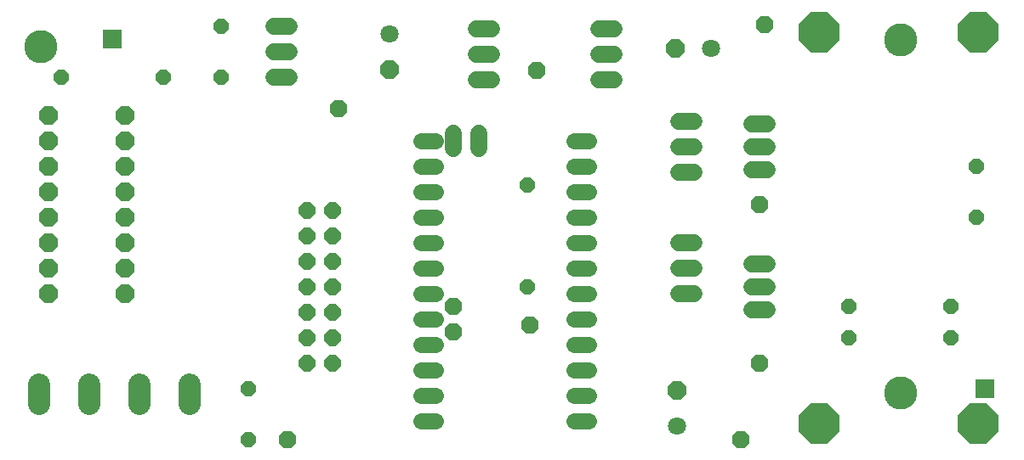
<source format=gts>
G75*
G70*
%OFA0B0*%
%FSLAX24Y24*%
%IPPOS*%
%LPD*%
%AMOC8*
5,1,8,0,0,1.08239X$1,22.5*
%
%ADD10C,0.1300*%
%ADD11OC8,0.0640*%
%ADD12OC8,0.1580*%
%ADD13C,0.0680*%
%ADD14R,0.0750X0.0750*%
%ADD15C,0.0860*%
%ADD16C,0.0640*%
%ADD17OC8,0.0710*%
%ADD18C,0.0710*%
%ADD19OC8,0.0680*%
%ADD20OC8,0.0600*%
D10*
X001672Y017117D03*
X035359Y017367D03*
X035354Y003492D03*
D11*
X013097Y004667D03*
X012097Y004667D03*
X012097Y005667D03*
X013097Y005667D03*
X013097Y006667D03*
X012097Y006667D03*
X012097Y007667D03*
X013097Y007667D03*
X013097Y008667D03*
X012097Y008667D03*
X012097Y009667D03*
X013097Y009667D03*
X013097Y010667D03*
X012097Y010667D03*
D12*
X032159Y017667D03*
X038409Y017667D03*
X038409Y002292D03*
X032159Y002292D03*
D13*
X030147Y006767D02*
X029547Y006767D01*
X029547Y007667D02*
X030147Y007667D01*
X030147Y008567D02*
X029547Y008567D01*
X027272Y008417D02*
X026672Y008417D01*
X026672Y007417D02*
X027272Y007417D01*
X027272Y009417D02*
X026672Y009417D01*
X026672Y012167D02*
X027272Y012167D01*
X027272Y013167D02*
X026672Y013167D01*
X026672Y014167D02*
X027272Y014167D01*
X029547Y014067D02*
X030147Y014067D01*
X030147Y013167D02*
X029547Y013167D01*
X029547Y012267D02*
X030147Y012267D01*
X024147Y015792D02*
X023547Y015792D01*
X023547Y016792D02*
X024147Y016792D01*
X024147Y017792D02*
X023547Y017792D01*
X019334Y017792D02*
X018734Y017792D01*
X018734Y016792D02*
X019334Y016792D01*
X019334Y015792D02*
X018734Y015792D01*
X018847Y013717D02*
X018847Y013117D01*
X017847Y013117D02*
X017847Y013717D01*
X011397Y015917D02*
X010797Y015917D01*
X010797Y016917D02*
X011397Y016917D01*
X011397Y017917D02*
X010797Y017917D01*
D14*
X004472Y017417D03*
X038659Y003667D03*
D15*
X001602Y003833D02*
X001602Y003053D01*
X003562Y003053D02*
X003562Y003833D01*
X005542Y003833D02*
X005542Y003053D01*
X007502Y003053D02*
X007502Y003833D01*
D16*
X016567Y003417D02*
X017127Y003417D01*
X017127Y002417D02*
X016567Y002417D01*
X016567Y004417D02*
X017127Y004417D01*
X017127Y005417D02*
X016567Y005417D01*
X016567Y006417D02*
X017127Y006417D01*
X017127Y007417D02*
X016567Y007417D01*
X016567Y008417D02*
X017127Y008417D01*
X017127Y009417D02*
X016567Y009417D01*
X016567Y010417D02*
X017127Y010417D01*
X017127Y011417D02*
X016567Y011417D01*
X016567Y012417D02*
X017127Y012417D01*
X017127Y013417D02*
X016567Y013417D01*
X022567Y013417D02*
X023127Y013417D01*
X023127Y012417D02*
X022567Y012417D01*
X022567Y011417D02*
X023127Y011417D01*
X023127Y010417D02*
X022567Y010417D01*
X022567Y009417D02*
X023127Y009417D01*
X023127Y008417D02*
X022567Y008417D01*
X022567Y007417D02*
X023127Y007417D01*
X023127Y006417D02*
X022567Y006417D01*
X022567Y005417D02*
X023127Y005417D01*
X023127Y004417D02*
X022567Y004417D01*
X022567Y003417D02*
X023127Y003417D01*
X023127Y002417D02*
X022567Y002417D01*
D17*
X026597Y003617D03*
X004972Y007417D03*
X004972Y008417D03*
X004972Y009417D03*
X004972Y010417D03*
X004972Y011417D03*
X004972Y012417D03*
X004972Y013417D03*
X004972Y014417D03*
X001972Y014417D03*
X001972Y013417D03*
X001972Y012417D03*
X001972Y011417D03*
X001972Y010417D03*
X001972Y009417D03*
X001972Y008417D03*
X001972Y007417D03*
X015347Y016217D03*
X026522Y017042D03*
D18*
X027922Y017042D03*
X015347Y017617D03*
X026597Y002217D03*
D19*
X029097Y001667D03*
X029847Y004667D03*
X020847Y006167D03*
X017847Y005917D03*
X017847Y006917D03*
X011347Y001667D03*
X029847Y010917D03*
X021097Y016167D03*
X013347Y014667D03*
X030034Y017980D03*
D20*
X038347Y012417D03*
X038347Y010417D03*
X037347Y006917D03*
X037347Y005667D03*
X033347Y005667D03*
X033347Y006917D03*
X020722Y007667D03*
X020722Y011667D03*
X008722Y015917D03*
X006472Y015917D03*
X002472Y015917D03*
X008722Y017917D03*
X009784Y003667D03*
X009784Y001667D03*
M02*

</source>
